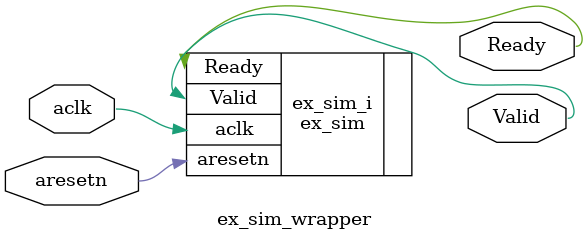
<source format=v>
`timescale 1 ps / 1 ps

module ex_sim_wrapper
   (Ready,
    Valid,
    aclk,
    aresetn);
  output [0:0]Ready;
  output [0:0]Valid;
  input aclk;
  input aresetn;

  wire [0:0]Ready;
  wire [0:0]Valid;
  wire aclk;
  wire aresetn;

  ex_sim ex_sim_i
       (.Ready(Ready),
        .Valid(Valid),
        .aclk(aclk),
        .aresetn(aresetn));
endmodule

</source>
